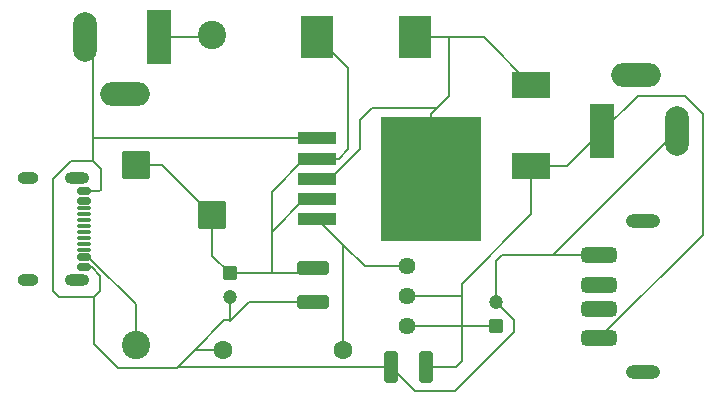
<source format=gbr>
%TF.GenerationSoftware,KiCad,Pcbnew,9.0.6*%
%TF.CreationDate,2026-01-01T16:42:09+02:00*%
%TF.ProjectId,RouterSupplySwitcherSource,526f7574-6572-4537-9570-706c79537769,rev?*%
%TF.SameCoordinates,Original*%
%TF.FileFunction,Copper,L1,Top*%
%TF.FilePolarity,Positive*%
%FSLAX46Y46*%
G04 Gerber Fmt 4.6, Leading zero omitted, Abs format (unit mm)*
G04 Created by KiCad (PCBNEW 9.0.6) date 2026-01-01 16:42:09*
%MOMM*%
%LPD*%
G01*
G04 APERTURE LIST*
G04 Aperture macros list*
%AMRoundRect*
0 Rectangle with rounded corners*
0 $1 Rounding radius*
0 $2 $3 $4 $5 $6 $7 $8 $9 X,Y pos of 4 corners*
0 Add a 4 corners polygon primitive as box body*
4,1,4,$2,$3,$4,$5,$6,$7,$8,$9,$2,$3,0*
0 Add four circle primitives for the rounded corners*
1,1,$1+$1,$2,$3*
1,1,$1+$1,$4,$5*
1,1,$1+$1,$6,$7*
1,1,$1+$1,$8,$9*
0 Add four rect primitives between the rounded corners*
20,1,$1+$1,$2,$3,$4,$5,0*
20,1,$1+$1,$4,$5,$6,$7,0*
20,1,$1+$1,$6,$7,$8,$9,0*
20,1,$1+$1,$8,$9,$2,$3,0*%
G04 Aperture macros list end*
%TA.AperFunction,ComponentPad*%
%ADD10RoundRect,0.250000X-0.350000X0.350000X-0.350000X-0.350000X0.350000X-0.350000X0.350000X0.350000X0*%
%TD*%
%TA.AperFunction,ComponentPad*%
%ADD11C,1.200000*%
%TD*%
%TA.AperFunction,SMDPad,CuDef*%
%ADD12R,3.210000X1.050000*%
%TD*%
%TA.AperFunction,SMDPad,CuDef*%
%ADD13R,8.460000X10.530000*%
%TD*%
%TA.AperFunction,ComponentPad*%
%ADD14RoundRect,0.250000X0.350000X-0.350000X0.350000X0.350000X-0.350000X0.350000X-0.350000X-0.350000X0*%
%TD*%
%TA.AperFunction,SMDPad,CuDef*%
%ADD15R,3.180000X2.250000*%
%TD*%
%TA.AperFunction,SMDPad,CuDef*%
%ADD16R,2.700000X3.600000*%
%TD*%
%TA.AperFunction,ComponentPad*%
%ADD17C,1.440000*%
%TD*%
%TA.AperFunction,SMDPad,CuDef*%
%ADD18RoundRect,0.250000X0.325000X1.100000X-0.325000X1.100000X-0.325000X-1.100000X0.325000X-1.100000X0*%
%TD*%
%TA.AperFunction,ComponentPad*%
%ADD19R,2.000000X4.600000*%
%TD*%
%TA.AperFunction,ComponentPad*%
%ADD20O,2.000000X4.200000*%
%TD*%
%TA.AperFunction,ComponentPad*%
%ADD21O,4.200000X2.000000*%
%TD*%
%TA.AperFunction,SMDPad,CuDef*%
%ADD22RoundRect,0.250000X1.100000X-0.325000X1.100000X0.325000X-1.100000X0.325000X-1.100000X-0.325000X0*%
%TD*%
%TA.AperFunction,SMDPad,CuDef*%
%ADD23RoundRect,0.325000X1.175000X-0.325000X1.175000X0.325000X-1.175000X0.325000X-1.175000X-0.325000X0*%
%TD*%
%TA.AperFunction,HeatsinkPad*%
%ADD24O,2.900000X1.200000*%
%TD*%
%TA.AperFunction,ComponentPad*%
%ADD25C,1.600000*%
%TD*%
%TA.AperFunction,ComponentPad*%
%ADD26RoundRect,0.250001X-0.949999X0.949999X-0.949999X-0.949999X0.949999X-0.949999X0.949999X0.949999X0*%
%TD*%
%TA.AperFunction,ComponentPad*%
%ADD27C,2.400000*%
%TD*%
%TA.AperFunction,SMDPad,CuDef*%
%ADD28RoundRect,0.150000X-0.425000X0.150000X-0.425000X-0.150000X0.425000X-0.150000X0.425000X0.150000X0*%
%TD*%
%TA.AperFunction,SMDPad,CuDef*%
%ADD29RoundRect,0.075000X-0.500000X0.075000X-0.500000X-0.075000X0.500000X-0.075000X0.500000X0.075000X0*%
%TD*%
%TA.AperFunction,HeatsinkPad*%
%ADD30O,2.100000X1.000000*%
%TD*%
%TA.AperFunction,HeatsinkPad*%
%ADD31O,1.800000X1.000000*%
%TD*%
%TA.AperFunction,ComponentPad*%
%ADD32RoundRect,0.250001X0.949999X-0.949999X0.949999X0.949999X-0.949999X0.949999X-0.949999X-0.949999X0*%
%TD*%
%TA.AperFunction,Conductor*%
%ADD33C,0.200000*%
%TD*%
G04 APERTURE END LIST*
D10*
%TO.P,C1,1*%
%TO.N,Net-(D1-K)*%
X122955000Y-98072401D03*
D11*
%TO.P,C1,2*%
%TO.N,Net-(J3-GND)*%
X122955000Y-100072401D03*
%TD*%
D12*
%TO.P,VR1,1,GND*%
%TO.N,Net-(J3-GND)*%
X130325000Y-86645000D03*
%TO.P,VR1,2,EN*%
%TO.N,Net-(D1-K)*%
X130325000Y-88345000D03*
%TO.P,VR1,3,SW*%
%TO.N,Net-(D3A-A)*%
X130325000Y-90045000D03*
%TO.P,VR1,4,VIN*%
%TO.N,Net-(D1-K)*%
X130325000Y-91745000D03*
%TO.P,VR1,5,FB*%
%TO.N,Net-(VR1-FB)*%
X130325000Y-93445000D03*
D13*
%TO.P,VR1,6,SW*%
%TO.N,Net-(D3A-A)*%
X139955000Y-90045000D03*
%TD*%
D14*
%TO.P,C4,1*%
%TO.N,Net-(D3A-K)*%
X145455000Y-102517600D03*
D11*
%TO.P,C4,2*%
%TO.N,Net-(J3-GND)*%
X145455000Y-100517600D03*
%TD*%
D15*
%TO.P,D3,1,A*%
%TO.N,Net-(D3A-A)*%
X148455000Y-82090000D03*
%TO.P,D3,2,K*%
%TO.N,Net-(D3A-K)*%
X148455000Y-89000000D03*
%TD*%
D16*
%TO.P,L1,1,1*%
%TO.N,Net-(D1-K)*%
X130305000Y-78045000D03*
%TO.P,L1,2,2*%
%TO.N,Net-(D3A-A)*%
X138605000Y-78045000D03*
%TD*%
D17*
%TO.P,RV1,1,1*%
%TO.N,Net-(VR1-FB)*%
X137955000Y-97465000D03*
%TO.P,RV1,2,2*%
%TO.N,Net-(D3A-K)*%
X137955000Y-100005000D03*
%TO.P,RV1,3,3*%
X137955000Y-102545000D03*
%TD*%
D18*
%TO.P,C3,1*%
%TO.N,Net-(D3A-K)*%
X139520000Y-106005000D03*
%TO.P,C3,2*%
%TO.N,Net-(J3-GND)*%
X136570000Y-106005000D03*
%TD*%
D19*
%TO.P,J1,1*%
%TO.N,Net-(D1-A)*%
X116955000Y-78045000D03*
D20*
%TO.P,J1,2*%
%TO.N,Net-(J3-GND)*%
X110655000Y-78045000D03*
D21*
%TO.P,J1,3*%
%TO.N,unconnected-(J1-Pad3)*%
X114055000Y-82845000D03*
%TD*%
D22*
%TO.P,C2,1*%
%TO.N,Net-(J3-GND)*%
X129955000Y-100520000D03*
%TO.P,C2,2*%
%TO.N,Net-(D1-K)*%
X129955000Y-97570000D03*
%TD*%
D23*
%TO.P,J3,1,VBUS*%
%TO.N,Net-(D3A-K)*%
X154205000Y-103545000D03*
%TO.P,J3,2,D-*%
%TO.N,unconnected-(J3-D--Pad2)*%
X154205000Y-101045000D03*
%TO.P,J3,3,D+*%
%TO.N,unconnected-(J3-D+-Pad3)*%
X154205000Y-99045000D03*
%TO.P,J3,4,GND*%
%TO.N,Net-(J3-GND)*%
X154205000Y-96545000D03*
D24*
%TO.P,J3,5,Shield*%
%TO.N,unconnected-(J3-Shield-Pad5)*%
X157905000Y-106445000D03*
%TO.N,unconnected-(J3-Shield-Pad5)_1*%
X157905000Y-93645000D03*
%TD*%
D25*
%TO.P,R1,1*%
%TO.N,Net-(VR1-FB)*%
X132535000Y-104545000D03*
%TO.P,R1,2*%
%TO.N,Net-(J3-GND)*%
X122375000Y-104545000D03*
%TD*%
D26*
%TO.P,D2,1,K*%
%TO.N,Net-(D1-K)*%
X114955000Y-88925000D03*
D27*
%TO.P,D2,2,A*%
%TO.N,Net-(D2-A)*%
X114955000Y-104165000D03*
%TD*%
D28*
%TO.P,P1,A1,GND*%
%TO.N,Net-(J3-GND)*%
X110575000Y-91120000D03*
%TO.P,P1,A4,VBUS*%
%TO.N,Net-(D2-A)*%
X110575000Y-91920000D03*
D29*
%TO.P,P1,A5,CC*%
%TO.N,unconnected-(P1-CC-PadA5)*%
X110575000Y-93070000D03*
%TO.P,P1,A6,D+*%
%TO.N,unconnected-(P1-D+-PadA6)*%
X110575000Y-94070000D03*
%TO.P,P1,A7,D-*%
%TO.N,unconnected-(P1-D--PadA7)*%
X110575000Y-94570000D03*
%TO.P,P1,A8,SBU1*%
%TO.N,unconnected-(P1-SBU1-PadA8)*%
X110575000Y-95570000D03*
D28*
%TO.P,P1,A9,VBUS*%
%TO.N,Net-(D2-A)*%
X110575000Y-96720000D03*
%TO.P,P1,A12,GND*%
%TO.N,Net-(J3-GND)*%
X110575000Y-97520000D03*
%TO.P,P1,B1,GND*%
X110575000Y-97520000D03*
%TO.P,P1,B4,VBUS*%
%TO.N,Net-(D2-A)*%
X110575000Y-96720000D03*
D29*
%TO.P,P1,B5,VCONN*%
%TO.N,unconnected-(P1-VCONN-PadB5)*%
X110575000Y-96070000D03*
%TO.P,P1,B6*%
%TO.N,N/C*%
X110575000Y-95070000D03*
%TO.P,P1,B7*%
X110575000Y-93570000D03*
%TO.P,P1,B8,SBU2*%
%TO.N,unconnected-(P1-SBU2-PadB8)*%
X110575000Y-92570000D03*
D28*
%TO.P,P1,B9,VBUS*%
%TO.N,Net-(D2-A)*%
X110575000Y-91920000D03*
%TO.P,P1,B12,GND*%
%TO.N,Net-(J3-GND)*%
X110575000Y-91120000D03*
D30*
%TO.P,P1,S1,SHIELD*%
%TO.N,unconnected-(P1-SHIELD-PadS1)_2*%
X110000000Y-90000000D03*
D31*
%TO.N,unconnected-(P1-SHIELD-PadS1)_1*%
X105820000Y-90000000D03*
D30*
%TO.N,unconnected-(P1-SHIELD-PadS1)_3*%
X110000000Y-98640000D03*
D31*
%TO.N,unconnected-(P1-SHIELD-PadS1)*%
X105820000Y-98640000D03*
%TD*%
D32*
%TO.P,D1,1,K*%
%TO.N,Net-(D1-K)*%
X121455000Y-93165000D03*
D27*
%TO.P,D1,2,A*%
%TO.N,Net-(D1-A)*%
X121455000Y-77925000D03*
%TD*%
D19*
%TO.P,J2,1*%
%TO.N,Net-(D3A-K)*%
X154445000Y-86045000D03*
D20*
%TO.P,J2,2*%
%TO.N,Net-(J3-GND)*%
X160745000Y-86045000D03*
D21*
%TO.P,J2,3*%
%TO.N,unconnected-(J2-Pad3)*%
X157345000Y-81245000D03*
%TD*%
D33*
%TO.N,Net-(J3-GND)*%
X146955000Y-102017600D02*
X146955000Y-103045000D01*
X119955000Y-104545000D02*
X122455000Y-102045000D01*
X136570000Y-106005000D02*
X118495000Y-106005000D01*
X111406000Y-86645000D02*
X111306000Y-86545000D01*
X109455000Y-88545000D02*
X111306000Y-88545000D01*
X145955000Y-96545000D02*
X150245000Y-96545000D01*
X113455000Y-106045000D02*
X118455000Y-106045000D01*
X111306000Y-87545000D02*
X111306000Y-88545000D01*
X111455000Y-100045000D02*
X111455000Y-104045000D01*
X150245000Y-96545000D02*
X160745000Y-86045000D01*
X122455000Y-102045000D02*
X122955000Y-102045000D01*
X119955000Y-104545000D02*
X122375000Y-104545000D01*
X118495000Y-106005000D02*
X118455000Y-106045000D01*
X107955000Y-90045000D02*
X109455000Y-88545000D01*
X110575000Y-97520000D02*
X111222899Y-97520000D01*
X145455000Y-97045000D02*
X145955000Y-96545000D01*
X108455000Y-100045000D02*
X107955000Y-99545000D01*
X118455000Y-106045000D02*
X119955000Y-104545000D01*
X145955000Y-96545000D02*
X154205000Y-96545000D01*
X107955000Y-99545000D02*
X107955000Y-90045000D01*
X122955000Y-102072400D02*
X122955000Y-102045000D01*
X130325000Y-86645000D02*
X111406000Y-86645000D01*
X112000000Y-91000000D02*
X112000000Y-89239000D01*
X122955000Y-102045000D02*
X122955000Y-100072401D01*
X110655000Y-78045000D02*
X111306000Y-78696000D01*
X122955000Y-102072400D02*
X124507400Y-100520000D01*
X145455000Y-100517600D02*
X145455000Y-97045000D01*
X110575000Y-91120000D02*
X111880000Y-91120000D01*
X111306000Y-86545000D02*
X111306000Y-87545000D01*
X145455000Y-100517600D02*
X146955000Y-102017600D01*
X111222899Y-97520000D02*
X111955000Y-98252101D01*
X124507400Y-100520000D02*
X129955000Y-100520000D01*
X111955000Y-98252101D02*
X111955000Y-99545000D01*
X141955000Y-108045000D02*
X138610000Y-108045000D01*
X111455000Y-100045000D02*
X108455000Y-100045000D01*
X112000000Y-89239000D02*
X111306000Y-88545000D01*
X138610000Y-108045000D02*
X136570000Y-106005000D01*
X111955000Y-99545000D02*
X111455000Y-100045000D01*
X111455000Y-104045000D02*
X113455000Y-106045000D01*
X111306000Y-78696000D02*
X111306000Y-86545000D01*
X146955000Y-103045000D02*
X141955000Y-108045000D01*
X111880000Y-91120000D02*
X112000000Y-91000000D01*
%TO.N,Net-(D1-K)*%
X121455000Y-93165000D02*
X121455000Y-96572401D01*
X129452599Y-98072401D02*
X129955000Y-97570000D01*
X132155000Y-88345000D02*
X130325000Y-88345000D01*
X114955000Y-88925000D02*
X117215000Y-88925000D01*
X126455000Y-94535000D02*
X129245000Y-91745000D01*
X126455000Y-94535000D02*
X126455000Y-91135000D01*
X132955000Y-80695000D02*
X132955000Y-87545000D01*
X126455000Y-91135000D02*
X129245000Y-88345000D01*
X129245000Y-91745000D02*
X130325000Y-91745000D01*
X121455000Y-96572401D02*
X122955000Y-98072401D01*
X122955000Y-98072401D02*
X126455000Y-98072401D01*
X129245000Y-88345000D02*
X130325000Y-88345000D01*
X126455000Y-98072401D02*
X126455000Y-94535000D01*
X132955000Y-87545000D02*
X132155000Y-88345000D01*
X126455000Y-98072401D02*
X129452599Y-98072401D01*
X130305000Y-78045000D02*
X132955000Y-80695000D01*
X117215000Y-88925000D02*
X121455000Y-93165000D01*
%TO.N,Net-(D3A-K)*%
X161455000Y-83045000D02*
X162955000Y-84545000D01*
X137955000Y-102545000D02*
X142505000Y-102545000D01*
X137955000Y-100005000D02*
X142545000Y-100005000D01*
X142557600Y-102517600D02*
X142545000Y-102505000D01*
X142505000Y-102545000D02*
X142545000Y-102505000D01*
X139520000Y-106005000D02*
X142045000Y-106005000D01*
X148455000Y-89000000D02*
X151490000Y-89000000D01*
X145455000Y-102517600D02*
X142557600Y-102517600D01*
X162955000Y-84545000D02*
X162955000Y-94795000D01*
X154445000Y-86045000D02*
X157445000Y-83045000D01*
X157445000Y-83045000D02*
X161455000Y-83045000D01*
X148455000Y-89000000D02*
X148455000Y-93045000D01*
X162955000Y-94795000D02*
X154205000Y-103545000D01*
X142545000Y-100045000D02*
X142545000Y-100005000D01*
X142045000Y-106005000D02*
X142545000Y-105505000D01*
X142545000Y-98955000D02*
X142545000Y-100045000D01*
X142545000Y-102505000D02*
X142545000Y-100045000D01*
X142545000Y-105505000D02*
X142545000Y-102505000D01*
X148455000Y-93045000D02*
X142545000Y-98955000D01*
X151490000Y-89000000D02*
X154445000Y-86045000D01*
%TO.N,Net-(D1-A)*%
X121335000Y-78045000D02*
X121455000Y-77925000D01*
X116955000Y-78045000D02*
X121335000Y-78045000D01*
%TO.N,Net-(D2-A)*%
X110530000Y-96835000D02*
X111104999Y-96835000D01*
X111104999Y-96835000D02*
X114955000Y-100685001D01*
X114955000Y-100685001D02*
X114955000Y-104165000D01*
%TO.N,Net-(D3A-A)*%
X140455000Y-84045000D02*
X134955000Y-84045000D01*
X138605000Y-78045000D02*
X141455000Y-78045000D01*
X139955000Y-90045000D02*
X139955000Y-84545000D01*
X139955000Y-84545000D02*
X140455000Y-84045000D01*
X144410000Y-78045000D02*
X148455000Y-82090000D01*
X141455000Y-78045000D02*
X144410000Y-78045000D01*
X134955000Y-84045000D02*
X133955000Y-85045000D01*
X131405000Y-90045000D02*
X130325000Y-90045000D01*
X133955000Y-87495000D02*
X131405000Y-90045000D01*
X141455000Y-83045000D02*
X140455000Y-84045000D01*
X133955000Y-85045000D02*
X133955000Y-87495000D01*
X141455000Y-78045000D02*
X141455000Y-83045000D01*
%TO.N,Net-(VR1-FB)*%
X137955000Y-97465000D02*
X134345000Y-97465000D01*
X132535000Y-95655000D02*
X130325000Y-93445000D01*
X132535000Y-104545000D02*
X132535000Y-95655000D01*
X134345000Y-97465000D02*
X132535000Y-95655000D01*
%TD*%
M02*

</source>
